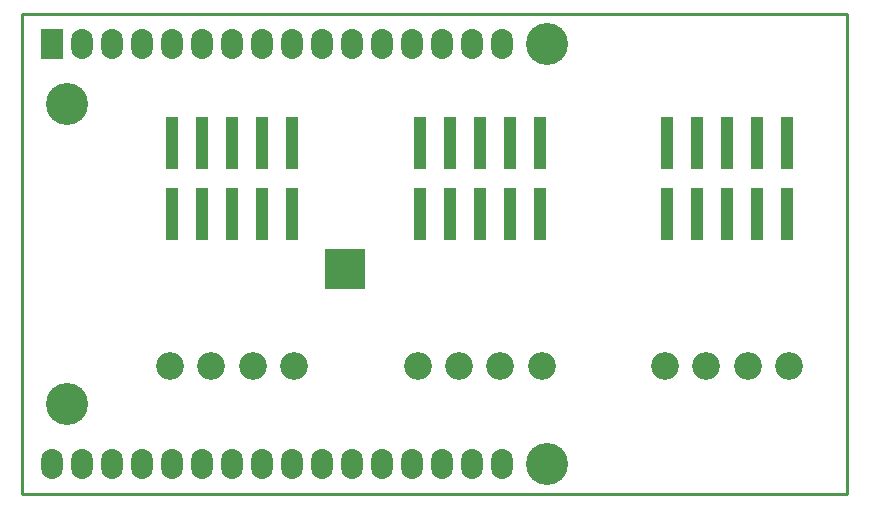
<source format=gts>
G04 #@! TF.GenerationSoftware,KiCad,Pcbnew,no-vcs-found-0f0cb64~58~ubuntu16.04.1*
G04 #@! TF.CreationDate,2017-03-29T15:35:21-04:00*
G04 #@! TF.ProjectId,step_dir_controller_3x2,737465705F6469725F636F6E74726F6C,1.0*
G04 #@! TF.FileFunction,Soldermask,Top*
G04 #@! TF.FilePolarity,Negative*
%FSLAX46Y46*%
G04 Gerber Fmt 4.6, Leading zero omitted, Abs format (unit mm)*
G04 Created by KiCad (PCBNEW no-vcs-found-0f0cb64~58~ubuntu16.04.1) date Wed Mar 29 15:35:21 2017*
%MOMM*%
%LPD*%
G01*
G04 APERTURE LIST*
%ADD10C,0.100000*%
%ADD11C,0.228600*%
%ADD12O,1.854200X2.540000*%
%ADD13R,1.854200X2.540000*%
%ADD14C,3.556000*%
%ADD15C,2.340000*%
%ADD16R,3.475000X3.475000*%
%ADD17R,1.016000X4.495800*%
G04 APERTURE END LIST*
D10*
D11*
X155575000Y-68580000D02*
X85725000Y-68580000D01*
X155575000Y-109220000D02*
X155575000Y-68580000D01*
X85725000Y-109220000D02*
X155575000Y-109220000D01*
X85725000Y-68580000D02*
X85725000Y-109220000D01*
D12*
X90805000Y-71120000D03*
X93345000Y-71120000D03*
D13*
X88265000Y-71120000D03*
D12*
X95885000Y-71120000D03*
X98425000Y-71120000D03*
X100965000Y-71120000D03*
X103505000Y-71120000D03*
X106045000Y-71120000D03*
X108585000Y-71120000D03*
X111125000Y-71120000D03*
X113665000Y-71120000D03*
X116205000Y-71120000D03*
X118745000Y-71120000D03*
X121285000Y-71120000D03*
X123825000Y-71120000D03*
X126365000Y-71120000D03*
X126365000Y-106680000D03*
X123825000Y-106680000D03*
X121285000Y-106680000D03*
X118745000Y-106680000D03*
X116205000Y-106680000D03*
X113665000Y-106680000D03*
X111125000Y-106680000D03*
X108585000Y-106680000D03*
X106045000Y-106680000D03*
X103505000Y-106680000D03*
X100965000Y-106680000D03*
X98425000Y-106680000D03*
X95885000Y-106680000D03*
X93345000Y-106680000D03*
X90805000Y-106680000D03*
X88265000Y-106680000D03*
D14*
X89535000Y-76200000D03*
X89535000Y-101600000D03*
X130175000Y-106680000D03*
X130175000Y-71120000D03*
D15*
X105255000Y-98425000D03*
X101755000Y-98425000D03*
X98255000Y-98425000D03*
X108755000Y-98425000D03*
X129710000Y-98425000D03*
X119210000Y-98425000D03*
X122710000Y-98425000D03*
X126210000Y-98425000D03*
X147165000Y-98425000D03*
X143665000Y-98425000D03*
X140165000Y-98425000D03*
X150665000Y-98425000D03*
D16*
X113030000Y-90170000D03*
D17*
X108585000Y-79552800D03*
X108585000Y-85547200D03*
X106045000Y-79552800D03*
X106045000Y-85547200D03*
X103505000Y-79552800D03*
X103505000Y-85547200D03*
X100965000Y-79552800D03*
X100965000Y-85547200D03*
X98425000Y-79552800D03*
X98425000Y-85547200D03*
X119380000Y-85547200D03*
X119380000Y-79552800D03*
X121920000Y-85547200D03*
X121920000Y-79552800D03*
X124460000Y-85547200D03*
X124460000Y-79552800D03*
X127000000Y-85547200D03*
X127000000Y-79552800D03*
X129540000Y-85547200D03*
X129540000Y-79552800D03*
X150495000Y-79552800D03*
X150495000Y-85547200D03*
X147955000Y-79552800D03*
X147955000Y-85547200D03*
X145415000Y-79552800D03*
X145415000Y-85547200D03*
X142875000Y-79552800D03*
X142875000Y-85547200D03*
X140335000Y-79552800D03*
X140335000Y-85547200D03*
M02*

</source>
